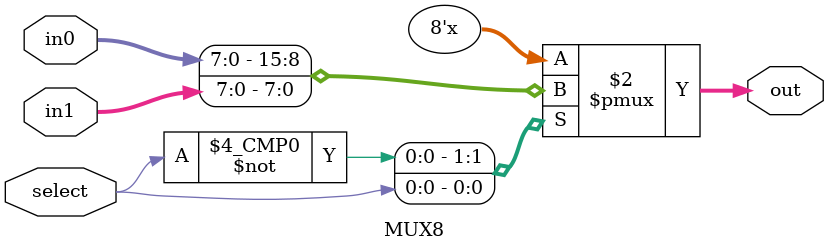
<source format=v>
module MUX8 (input select, input [7:0] in0, in1, output reg [7:0] out);
always @(*) begin 
	case (select)
		1'b0 : out = in0;
		1'b1 : out = in1;
	endcase
end
endmodule
</source>
